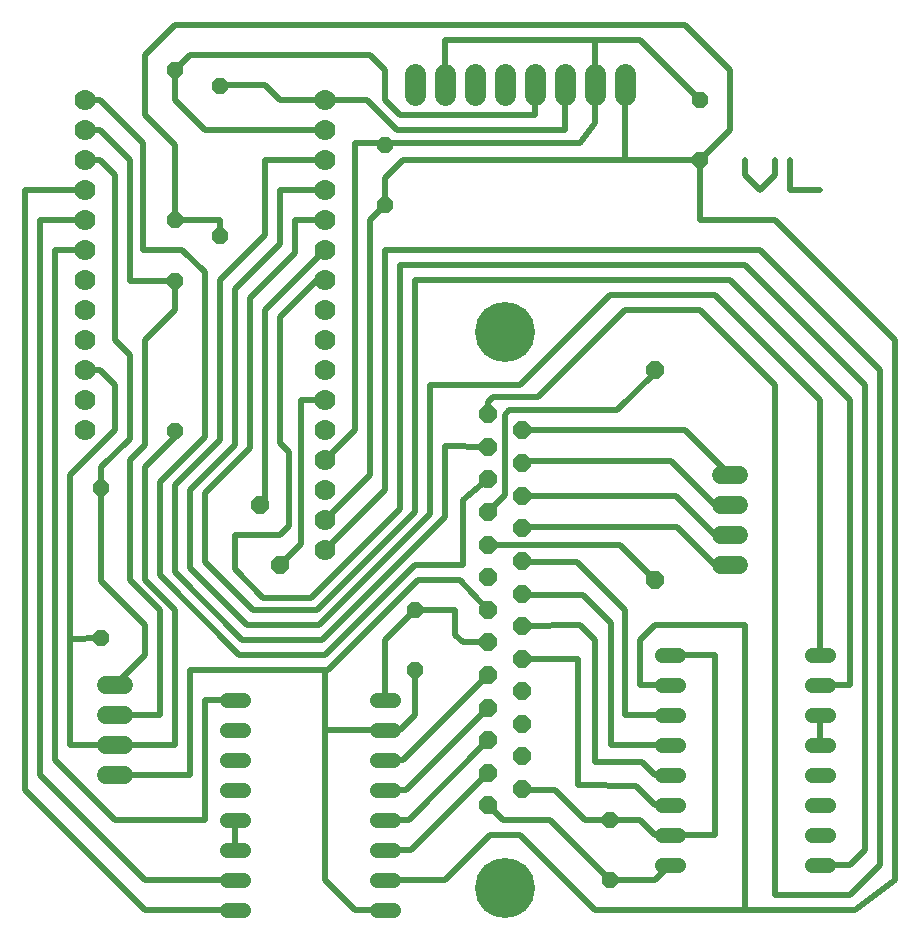
<source format=gbr>
G04 EAGLE Gerber RS-274X export*
G75*
%MOMM*%
%FSLAX34Y34*%
%LPD*%
%INTop Copper*%
%IPPOS*%
%AMOC8*
5,1,8,0,0,1.08239X$1,22.5*%
G01*
%ADD10P,1.649562X8X112.500000*%
%ADD11C,5.080000*%
%ADD12C,1.524000*%
%ADD13C,1.308000*%
%ADD14C,1.778000*%
%ADD15C,1.778000*%
%ADD16P,1.429621X8X112.500000*%
%ADD17P,1.429621X8X292.500000*%
%ADD18P,1.649562X8X22.500000*%
%ADD19C,0.508000*%
%ADD20C,0.508000*%
%ADD21C,0.152400*%


D10*
X442976Y470408D03*
X442976Y442722D03*
X442976Y415290D03*
X442976Y387604D03*
X442976Y359918D03*
X442976Y332486D03*
X442976Y304800D03*
X442976Y277114D03*
X442976Y249682D03*
X442976Y221996D03*
X442976Y194310D03*
X442976Y166878D03*
X442976Y139192D03*
X471424Y456692D03*
X471424Y429006D03*
X471424Y401320D03*
X471424Y373888D03*
X471424Y346202D03*
X471424Y318516D03*
X471424Y291084D03*
X471424Y263398D03*
X471424Y235712D03*
X471424Y208280D03*
X471424Y180594D03*
X471424Y152908D03*
D11*
X457200Y69596D03*
X457200Y540004D03*
D12*
X640080Y342900D02*
X655320Y342900D01*
X655320Y368300D02*
X640080Y368300D01*
X640080Y393700D02*
X655320Y393700D01*
X655320Y419100D02*
X640080Y419100D01*
X134620Y241300D02*
X119380Y241300D01*
X119380Y215900D02*
X134620Y215900D01*
X134620Y190500D02*
X119380Y190500D01*
X119380Y165100D02*
X134620Y165100D01*
D13*
X717360Y88900D02*
X730440Y88900D01*
X730440Y114300D02*
X717360Y114300D01*
X717360Y139700D02*
X730440Y139700D01*
X730440Y165100D02*
X717360Y165100D01*
X717360Y190500D02*
X730440Y190500D01*
X730440Y215900D02*
X717360Y215900D01*
X717360Y241300D02*
X730440Y241300D01*
X730440Y266700D02*
X717360Y266700D01*
X603440Y266700D02*
X590360Y266700D01*
X590360Y241300D02*
X603440Y241300D01*
X603440Y215900D02*
X590360Y215900D01*
X590360Y190500D02*
X603440Y190500D01*
X603440Y165100D02*
X590360Y165100D01*
X590360Y139700D02*
X603440Y139700D01*
X603440Y114300D02*
X590360Y114300D01*
X590360Y88900D02*
X603440Y88900D01*
X235140Y228600D02*
X222060Y228600D01*
X222060Y203200D02*
X235140Y203200D01*
X235140Y177800D02*
X222060Y177800D01*
X222060Y152400D02*
X235140Y152400D01*
X235140Y127000D02*
X222060Y127000D01*
X222060Y101600D02*
X235140Y101600D01*
X235140Y76200D02*
X222060Y76200D01*
X222060Y50800D02*
X235140Y50800D01*
X349060Y50800D02*
X362140Y50800D01*
X362140Y76200D02*
X349060Y76200D01*
X349060Y101600D02*
X362140Y101600D01*
X362140Y127000D02*
X349060Y127000D01*
X349060Y152400D02*
X362140Y152400D01*
X362140Y177800D02*
X349060Y177800D01*
X349060Y203200D02*
X362140Y203200D01*
X362140Y228600D02*
X349060Y228600D01*
D14*
X482600Y740410D02*
X482600Y758190D01*
X457200Y758190D02*
X457200Y740410D01*
X508000Y740410D02*
X508000Y758190D01*
X533400Y758190D02*
X533400Y740410D01*
X558800Y740410D02*
X558800Y758190D01*
X431800Y758190D02*
X431800Y740410D01*
X406400Y740410D02*
X406400Y758190D01*
X381000Y758190D02*
X381000Y740410D01*
D15*
X304800Y355600D03*
X304800Y381000D03*
X304800Y406400D03*
X304800Y431800D03*
X304800Y457200D03*
X304800Y482600D03*
X304800Y508000D03*
X304800Y533400D03*
X304800Y558800D03*
X304800Y584200D03*
X304800Y609600D03*
X304800Y635000D03*
X304800Y660400D03*
X304800Y685800D03*
X304800Y711200D03*
X304800Y736600D03*
X101600Y736600D03*
X101600Y711200D03*
X101600Y685800D03*
X101600Y660400D03*
X101600Y635000D03*
X101600Y609600D03*
X101600Y584200D03*
X101600Y558800D03*
X101600Y533400D03*
X101600Y508000D03*
X101600Y482600D03*
X101600Y457200D03*
D16*
X215900Y621030D03*
X215900Y748030D03*
X177800Y635000D03*
X177800Y762000D03*
X115570Y280670D03*
X115570Y407670D03*
X177800Y455930D03*
X177800Y582930D03*
X546100Y76200D03*
X546100Y127000D03*
D17*
X381000Y304800D03*
X381000Y254000D03*
D16*
X355600Y647700D03*
X355600Y698500D03*
X622300Y685800D03*
X622300Y736600D03*
D18*
X250190Y393700D03*
X266700Y342900D03*
X584200Y508000D03*
X584200Y330200D03*
D19*
X546100Y127000D02*
X525018Y127000D01*
X546100Y127000D02*
X571500Y127000D01*
X584200Y114300D01*
X596900Y114300D01*
X596900Y266700D02*
X635000Y266700D01*
X635000Y114300D01*
X596900Y114300D01*
X471932Y152400D02*
X471424Y152908D01*
X499618Y152400D02*
X525018Y127000D01*
X499618Y152400D02*
X471932Y152400D01*
X546100Y76200D02*
X584200Y76200D01*
X596900Y88900D01*
X455168Y127000D02*
X442976Y139192D01*
X495300Y127000D02*
X546100Y76200D01*
X495300Y127000D02*
X455168Y127000D01*
X723900Y190500D02*
X723900Y215900D01*
X228600Y127000D02*
X228600Y101600D01*
X50800Y152400D02*
X50800Y660400D01*
X50800Y152400D02*
X152400Y50800D01*
X228600Y50800D01*
X101600Y660400D02*
X76200Y660400D01*
X50800Y660400D01*
X63500Y635000D02*
X63500Y165100D01*
X152400Y76200D02*
X228600Y76200D01*
X152400Y76200D02*
X63500Y165100D01*
X63500Y635000D02*
X101600Y635000D01*
X533400Y749300D02*
X533400Y787400D01*
X330200Y700314D02*
X330200Y457200D01*
X304800Y431800D01*
X355600Y700314D02*
X520700Y700314D01*
X355600Y700314D02*
X330200Y700314D01*
X406400Y787400D02*
X533400Y787400D01*
X533400Y716643D02*
X520700Y700314D01*
X406400Y749300D02*
X406400Y787400D01*
X571500Y787400D02*
X622300Y736600D01*
X571500Y787400D02*
X533400Y787400D01*
X533400Y749300D02*
X533400Y716643D01*
X355600Y700314D02*
X355600Y698500D01*
X584200Y139700D02*
X596900Y139700D01*
X568198Y155702D02*
X519430Y156210D01*
X519430Y262890D01*
X471424Y263398D01*
X568198Y155702D02*
X584200Y139700D01*
X573532Y175768D02*
X533400Y175768D01*
X573532Y175768D02*
X584200Y165100D01*
X596900Y165100D01*
X533400Y175768D02*
X533400Y279400D01*
X520700Y292100D01*
X471424Y291084D01*
X546862Y190500D02*
X596900Y190500D01*
X546862Y190500D02*
X546862Y293878D01*
X523240Y317500D01*
X472440Y317500D01*
X471424Y318516D01*
X558800Y215900D02*
X596900Y215900D01*
X558800Y215900D02*
X558800Y304800D01*
X518160Y345440D01*
X472186Y345440D02*
X471424Y346202D01*
X472186Y345440D02*
X518160Y345440D01*
X442976Y166878D02*
X377698Y101600D01*
X355600Y101600D01*
X375666Y127000D02*
X442976Y194310D01*
X375666Y127000D02*
X355600Y127000D01*
X373380Y152400D02*
X442976Y221996D01*
X373380Y152400D02*
X355600Y152400D01*
X355600Y177800D02*
X368300Y177800D01*
X371094Y177800D02*
X442976Y249682D01*
X371094Y177800D02*
X368300Y177800D01*
X787400Y76200D02*
X787400Y533400D01*
X753533Y50800D02*
X660400Y50800D01*
X685800Y635000D02*
X622300Y635000D01*
X787400Y76200D02*
X753533Y50800D01*
X660400Y50800D02*
X660400Y292100D01*
X660400Y50800D02*
X533400Y50800D01*
X406400Y76200D02*
X355600Y76200D01*
X787400Y533400D02*
X685800Y635000D01*
X622300Y635000D02*
X622300Y685800D01*
X584200Y292100D02*
X660400Y292100D01*
X571500Y279400D02*
X571500Y241300D01*
X596900Y241300D01*
X622300Y685800D02*
X558800Y685800D01*
X558800Y749300D01*
X355600Y647700D02*
X342900Y635000D01*
X355600Y647700D02*
X355600Y670560D01*
X370840Y685800D01*
X558800Y685800D01*
X342900Y419100D02*
X304800Y381000D01*
X342900Y419100D02*
X342900Y635000D01*
X444500Y114300D02*
X406400Y76200D01*
X444500Y114300D02*
X469900Y114300D01*
X533400Y50800D01*
X609600Y800100D02*
X177800Y800100D01*
X647700Y762000D02*
X647700Y711200D01*
X622300Y685800D01*
X177800Y698500D02*
X177800Y635000D01*
X609600Y800100D02*
X647700Y762000D01*
X177800Y698500D02*
X152400Y723900D01*
X152400Y774700D01*
X177800Y635000D02*
X215900Y635000D01*
X152400Y774700D02*
X177800Y800100D01*
X584200Y292100D02*
X571500Y279400D01*
X215900Y621030D02*
X215900Y635000D01*
X723900Y241300D02*
X749300Y241300D01*
X749300Y482600D01*
X647700Y584200D02*
X381000Y584200D01*
X381000Y387350D01*
X243840Y304800D02*
X203200Y345440D01*
X647700Y584200D02*
X749300Y482600D01*
X203200Y403860D02*
X203200Y345440D01*
X203200Y403860D02*
X241300Y441960D01*
X243840Y304800D02*
X298450Y304800D01*
X381000Y387350D01*
X241300Y441960D02*
X241300Y568960D01*
X279400Y635000D02*
X304800Y635000D01*
X279400Y607060D02*
X241300Y568960D01*
X279400Y607060D02*
X279400Y635000D01*
X190500Y406400D02*
X190500Y340360D01*
X393700Y386080D02*
X393700Y495300D01*
X469900Y495300D01*
X238760Y292100D02*
X190500Y340360D01*
X266700Y660400D02*
X304800Y660400D01*
X266700Y660400D02*
X266700Y614680D01*
X238760Y292100D02*
X299720Y292100D01*
X393700Y386080D01*
X228600Y444500D02*
X190500Y406400D01*
X228600Y444500D02*
X228600Y576580D01*
X266700Y614680D01*
X635000Y571500D02*
X723900Y482600D01*
X635000Y571500D02*
X546100Y571500D01*
X723900Y482600D02*
X723900Y266700D01*
X469900Y495300D02*
X546100Y571500D01*
X381000Y342900D02*
X304800Y266700D01*
X232410Y266700D02*
X165100Y334010D01*
X232410Y266700D02*
X304800Y266700D01*
X165100Y412750D02*
X203200Y450850D01*
X165100Y412750D02*
X165100Y334010D01*
X203200Y450850D02*
X203200Y590550D01*
X381000Y342900D02*
X421640Y342900D01*
X203200Y590550D02*
X184150Y609600D01*
X151130Y609600D02*
X151130Y699770D01*
X114300Y736600D02*
X101600Y736600D01*
X114300Y736600D02*
X151130Y699770D01*
X151130Y609600D02*
X184150Y609600D01*
X421640Y397510D02*
X442976Y415290D01*
X421640Y397510D02*
X421640Y342900D01*
X355600Y279400D02*
X355600Y228600D01*
X355600Y279400D02*
X381000Y304800D01*
X406400Y304800D01*
X415290Y304800D01*
X415290Y283210D01*
X421386Y277114D02*
X442976Y277114D01*
X421386Y277114D02*
X415290Y283210D01*
D20*
X406400Y304800D03*
D19*
X508000Y711200D02*
X508000Y749300D01*
X508000Y711200D02*
X365760Y711200D01*
D21*
X215900Y748030D02*
X215900Y749300D01*
D19*
X254000Y749300D01*
X266700Y736600D01*
X304800Y736600D01*
X340360Y736600D02*
X365760Y711200D01*
X340360Y736600D02*
X304800Y736600D01*
X342900Y774700D02*
X190500Y774700D01*
X355600Y762000D02*
X355600Y736600D01*
X368300Y723900D02*
X482600Y723900D01*
X355600Y762000D02*
X342900Y774700D01*
X190500Y774700D02*
X177800Y762000D01*
X177800Y736600D01*
X203200Y711200D02*
X304800Y711200D01*
X482600Y723900D02*
X482600Y749300D01*
X368300Y723900D02*
X355600Y736600D01*
X203200Y711200D02*
X177800Y736600D01*
X127000Y190500D02*
X88900Y190500D01*
X88900Y279810D01*
X88900Y419100D01*
X127000Y457200D01*
X127000Y495300D01*
X114300Y508000D02*
X101600Y508000D01*
X114300Y508000D02*
X127000Y495300D01*
X177800Y304800D02*
X177800Y190500D01*
X127000Y190500D01*
X115570Y280670D02*
X88900Y279810D01*
X177800Y450850D02*
X177800Y455930D01*
X177800Y450850D02*
X152400Y425450D01*
X152400Y330200D01*
X177800Y304800D01*
X139700Y449580D02*
X139700Y520700D01*
X139700Y449580D02*
X115570Y425450D01*
X115570Y407670D01*
X115570Y328930D01*
X114300Y685800D02*
X101600Y685800D01*
X114300Y685800D02*
X127000Y673100D01*
X127000Y533400D02*
X139700Y520700D01*
X127000Y533400D02*
X127000Y673100D01*
X115570Y328930D02*
X152400Y292100D01*
X152400Y266700D01*
X127000Y241300D01*
X127000Y165100D02*
X190500Y165100D01*
X190500Y254000D01*
X304800Y254000D01*
X304800Y203200D01*
X304800Y76200D01*
X330200Y50800D02*
X355600Y50800D01*
X381000Y215900D02*
X381000Y254000D01*
X307340Y254000D02*
X383540Y330200D01*
X368300Y203200D02*
X355600Y203200D01*
X368300Y203200D02*
X381000Y215900D01*
X307340Y254000D02*
X304800Y254000D01*
X304800Y203200D02*
X355600Y203200D01*
X304800Y76200D02*
X330200Y50800D01*
X383540Y330200D02*
X419100Y330200D01*
X442976Y304800D01*
X228600Y228600D02*
X203200Y228600D01*
X203200Y127000D01*
X127000Y127000D01*
X76200Y177800D01*
X76200Y609600D02*
X101600Y609600D01*
X76200Y609600D02*
X76200Y177800D01*
X165100Y241300D02*
X165100Y304800D01*
X152400Y533400D02*
X177800Y558800D01*
X152400Y533400D02*
X152400Y444500D01*
X139700Y431800D01*
X139700Y330200D01*
X165100Y304800D01*
X139700Y685800D02*
X114300Y711200D01*
X101600Y711200D01*
X139700Y685800D02*
X139700Y582930D01*
X177800Y582930D01*
X177800Y558800D01*
X165100Y241300D02*
X165100Y215900D01*
X127000Y215900D01*
X302260Y279400D02*
X406400Y383540D01*
X302260Y279400D02*
X234950Y279400D01*
X177800Y336550D01*
X177800Y410210D01*
X215900Y448310D01*
X254000Y622300D02*
X254000Y685800D01*
X304800Y685800D01*
X215900Y584200D02*
X215900Y448310D01*
X215900Y584200D02*
X254000Y622300D01*
X406400Y443230D02*
X406400Y383540D01*
X406400Y443230D02*
X442976Y442722D01*
X774700Y88900D02*
X749300Y63500D01*
X774700Y88900D02*
X774700Y508000D01*
X355600Y609600D02*
X355600Y406400D01*
X304800Y355600D01*
X685800Y495300D02*
X685800Y63500D01*
X749300Y63500D01*
X774700Y508000D02*
X673100Y609600D01*
X355600Y609600D01*
X447040Y485140D02*
X442976Y481076D01*
X442976Y470408D01*
X447040Y485140D02*
X485140Y485140D01*
X558800Y558800D01*
X622300Y558800D01*
X685800Y495300D01*
X673100Y660400D02*
X660400Y673100D01*
X673100Y660400D02*
X685800Y673100D01*
X685800Y685800D01*
X660400Y685800D02*
X660400Y673100D01*
X698500Y660400D02*
X698500Y685800D01*
X698500Y660400D02*
X723900Y660400D01*
X304800Y482600D02*
X284480Y482600D01*
X284480Y360680D01*
X266700Y342900D01*
X266700Y445770D02*
X266700Y552450D01*
X298450Y584200D01*
X304800Y584200D01*
X723900Y88900D02*
X749300Y88900D01*
X762000Y101600D01*
X762000Y495300D01*
X660400Y596900D01*
X368300Y596900D02*
X368300Y389890D01*
X293370Y314960D01*
X368300Y596900D02*
X660400Y596900D01*
X252730Y314960D02*
X228600Y339090D01*
X228600Y368300D01*
X252730Y314960D02*
X293370Y314960D01*
X274320Y438150D02*
X266700Y445770D01*
X274320Y438150D02*
X274320Y375920D01*
X266700Y368300D01*
X228600Y368300D01*
X254000Y558800D02*
X304800Y609600D01*
X254000Y397510D02*
X250190Y393700D01*
X254000Y397510D02*
X254000Y558800D01*
X442976Y359918D02*
X554482Y359918D01*
X584200Y330200D01*
X457200Y401828D02*
X442976Y387604D01*
X457200Y469900D02*
X461010Y473710D01*
X584200Y505460D02*
X584200Y508000D01*
X457200Y469900D02*
X457200Y401828D01*
X461010Y473710D02*
X552450Y473710D01*
X584200Y505460D01*
X609600Y457200D02*
X647700Y419100D01*
X609600Y457200D02*
X471932Y457200D01*
D21*
X471424Y456692D01*
D19*
X635000Y393700D02*
X647700Y393700D01*
X635000Y393700D02*
X598170Y430530D01*
X472948Y430530D01*
D21*
X471424Y429006D01*
D19*
X635000Y368300D02*
X647700Y368300D01*
X635000Y368300D02*
X601980Y401320D01*
X471424Y401320D01*
X635000Y342900D02*
X647700Y342900D01*
X635000Y342900D02*
X603250Y374650D01*
X472186Y374650D01*
D21*
X471424Y373888D01*
M02*

</source>
